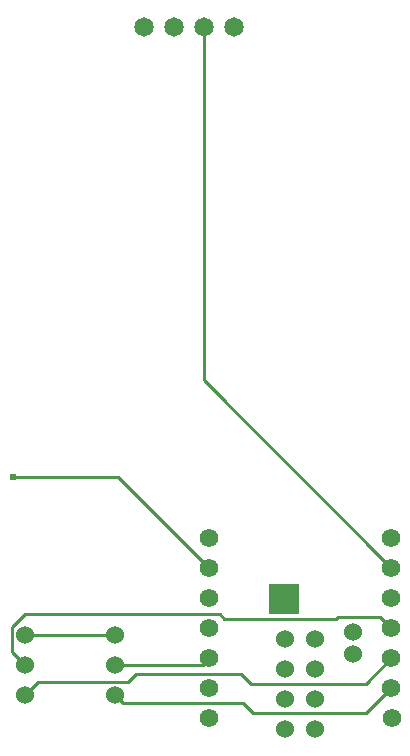
<source format=gbl>
G04 Layer: BottomLayer*
G04 EasyEDA v6.5.51, 2025-12-08 14:24:17*
G04 98b1bcbd0d5e4b16acd7f0c7b3cc8b20,5c2208001c9440858be6b933671931b3,10*
G04 Gerber Generator version 0.2*
G04 Scale: 100 percent, Rotated: No, Reflected: No *
G04 Dimensions in millimeters *
G04 leading zeros omitted , absolute positions ,4 integer and 5 decimal *
%FSLAX45Y45*%
%MOMM*%

%ADD10C,0.2540*%
%ADD11C,1.5240*%
%ADD12C,1.5748*%
%ADD13C,1.5750*%
%ADD14R,2.5000X2.5000*%
%ADD15R,0.0130X2.5000*%
%ADD16C,1.6500*%
%ADD17C,0.6100*%

%LPD*%
D10*
X1917702Y1765297D02*
G01*
X2659915Y1765297D01*
X2716405Y1821787D01*
X1917702Y2019297D02*
G01*
X1155702Y2019297D01*
X1155702Y1765297D02*
G01*
X1046228Y1874771D01*
X1046228Y2083610D01*
X1154686Y2192068D01*
X2801876Y2192068D01*
X2841678Y2152266D01*
X3784297Y2152266D01*
X3800782Y2168751D01*
X4163443Y2168751D01*
X4256407Y2075787D01*
X1155702Y1511297D02*
G01*
X1265811Y1621406D01*
X2027760Y1621406D01*
X2096137Y1689783D01*
X2986788Y1689783D01*
X3072259Y1604312D01*
X4038932Y1604312D01*
X4256407Y1821787D01*
X4256407Y1567787D02*
G01*
X4042158Y1353538D01*
X3088439Y1353538D01*
X3001190Y1440787D01*
X1988212Y1440787D01*
X1917702Y1511297D01*
X1056617Y3357547D02*
G01*
X1942645Y3357547D01*
X2716405Y2583787D01*
X2667002Y7162797D02*
G01*
X2667002Y4173192D01*
X4256407Y2583787D01*
D11*
G01*
X3346399Y2323795D03*
G01*
X3352393Y1983587D03*
G01*
X3606393Y1983587D03*
G01*
X3606393Y1729587D03*
G01*
X3352393Y1729587D03*
G01*
X3356889Y1475587D03*
G01*
X3610889Y1475587D03*
G01*
X3356889Y1221587D03*
G01*
X3610889Y1221587D03*
G01*
X3928694Y2046833D03*
G01*
X3928694Y1858035D03*
D12*
G01*
X2716402Y2837789D03*
G01*
X2716402Y2583789D03*
G01*
X2716402Y2329789D03*
G01*
X2716402Y2075789D03*
G01*
X2716402Y1821789D03*
G01*
X2716402Y1567789D03*
G01*
X2716402Y1313814D03*
G01*
X4256404Y2837789D03*
G01*
X4256404Y2583789D03*
G01*
X4256404Y2329789D03*
D13*
G01*
X4256404Y2075789D03*
G01*
X4256404Y1821789D03*
G01*
X4256404Y1567789D03*
G01*
X4258614Y1313814D03*
D14*
G01*
X3346399Y2323795D03*
D16*
G01*
X2159000Y7162800D03*
G01*
X2413000Y7162800D03*
G01*
X2667000Y7162800D03*
G01*
X2921000Y7162800D03*
D11*
G01*
X1155700Y1511300D03*
G01*
X1155700Y1765300D03*
G01*
X1155700Y2019300D03*
G01*
X1917700Y1511300D03*
G01*
X1917700Y1765300D03*
G01*
X1917700Y2019300D03*
D17*
G01*
X1056614Y3357549D03*
M02*

</source>
